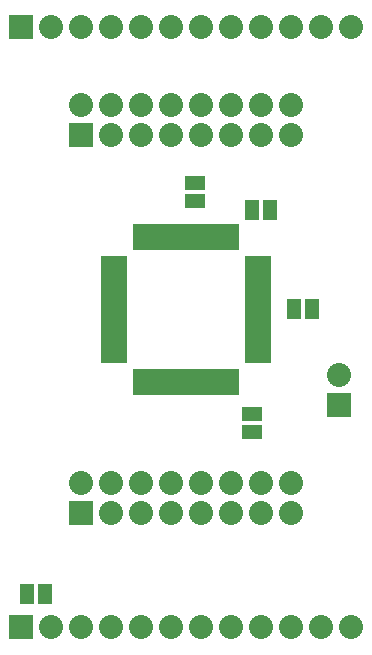
<source format=gts>
G04 (created by PCBNEW-RS274X (2011-aug-04)-testing) date Sun 07 Apr 2013 12:34:02 PM PDT*
G01*
G70*
G90*
%MOIN*%
G04 Gerber Fmt 3.4, Leading zero omitted, Abs format*
%FSLAX34Y34*%
G04 APERTURE LIST*
%ADD10C,0.006000*%
%ADD11R,0.045000X0.065000*%
%ADD12R,0.065000X0.045000*%
%ADD13R,0.080000X0.080000*%
%ADD14C,0.080000*%
%ADD15R,0.088100X0.039700*%
%ADD16R,0.039700X0.088100*%
G04 APERTURE END LIST*
G54D10*
G54D11*
X21000Y-42100D03*
X21600Y-42100D03*
G54D12*
X28500Y-36100D03*
X28500Y-36700D03*
G54D11*
X29900Y-32600D03*
X30500Y-32600D03*
X28500Y-29300D03*
X29100Y-29300D03*
G54D12*
X26600Y-29000D03*
X26600Y-28400D03*
G54D13*
X31400Y-35800D03*
G54D14*
X31400Y-34800D03*
G54D15*
X23892Y-31023D03*
X23892Y-31338D03*
X23892Y-31653D03*
X23892Y-31968D03*
X23892Y-32283D03*
X23892Y-32598D03*
X23892Y-32913D03*
X23892Y-33228D03*
X23892Y-33543D03*
X23892Y-33858D03*
X23892Y-34173D03*
G54D16*
X24724Y-35005D03*
X25039Y-35005D03*
X25354Y-35005D03*
X25669Y-35005D03*
X25984Y-35005D03*
X26299Y-35005D03*
X26614Y-35005D03*
X26929Y-35005D03*
X27244Y-35005D03*
X27559Y-35005D03*
X27874Y-35005D03*
G54D15*
X28706Y-34173D03*
X28706Y-33858D03*
X28706Y-33543D03*
X28706Y-33228D03*
X28706Y-32913D03*
X28706Y-32598D03*
X28706Y-32283D03*
X28706Y-31968D03*
X28706Y-31653D03*
X28706Y-31338D03*
X28706Y-31023D03*
G54D16*
X27874Y-30191D03*
X27559Y-30191D03*
X27244Y-30191D03*
X26929Y-30191D03*
X26614Y-30191D03*
X26299Y-30191D03*
X25984Y-30191D03*
X25669Y-30191D03*
X25354Y-30191D03*
X25039Y-30191D03*
X24724Y-30191D03*
G54D13*
X20799Y-23200D03*
G54D14*
X21799Y-23200D03*
X22799Y-23200D03*
X23799Y-23200D03*
X24799Y-23200D03*
X25799Y-23200D03*
X26799Y-23200D03*
X27799Y-23200D03*
X28799Y-23200D03*
X29799Y-23200D03*
X30799Y-23200D03*
X31799Y-23200D03*
G54D13*
X20799Y-43197D03*
G54D14*
X21799Y-43197D03*
X22799Y-43197D03*
X23799Y-43197D03*
X24799Y-43197D03*
X25799Y-43197D03*
X26799Y-43197D03*
X27799Y-43197D03*
X28799Y-43197D03*
X29799Y-43197D03*
X30799Y-43197D03*
X31799Y-43197D03*
G54D13*
X22799Y-39398D03*
G54D14*
X22799Y-38398D03*
X23799Y-39398D03*
X23799Y-38398D03*
X24799Y-39398D03*
X24799Y-38398D03*
X25799Y-39398D03*
X25799Y-38398D03*
X26799Y-39398D03*
X26799Y-38398D03*
X27799Y-39398D03*
X27799Y-38398D03*
X28799Y-39398D03*
X28799Y-38398D03*
X29799Y-39398D03*
X29799Y-38398D03*
G54D13*
X22799Y-26799D03*
G54D14*
X22799Y-25799D03*
X23799Y-26799D03*
X23799Y-25799D03*
X24799Y-26799D03*
X24799Y-25799D03*
X25799Y-26799D03*
X25799Y-25799D03*
X26799Y-26799D03*
X26799Y-25799D03*
X27799Y-26799D03*
X27799Y-25799D03*
X28799Y-26799D03*
X28799Y-25799D03*
X29799Y-26799D03*
X29799Y-25799D03*
M02*

</source>
